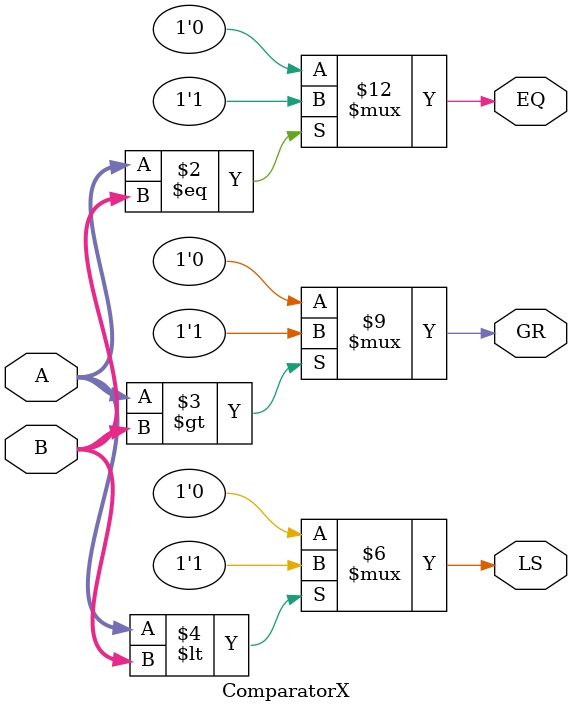
<source format=v>
module ComparatorX #(parameter size = 16) (
    input  [size-1:0] A,
    input  [size-1:0] B,
    output reg EQ,
    output reg LS,
    output reg GR
);

always @(*) begin
    if (A == B)
        EQ = 1'b1;
    else
        EQ = 1'b0;

    if (A > B)
        GR = 1'b1;
    else
        GR = 1'b0;

    if (A < B)
        LS = 1'b1;
    else
        LS = 1'b0;
end

endmodule

</source>
